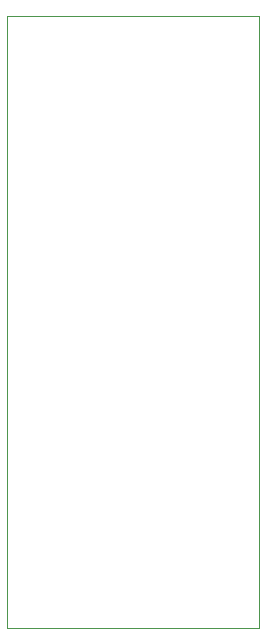
<source format=gbr>
%TF.GenerationSoftware,KiCad,Pcbnew,7.0.9*%
%TF.CreationDate,2024-05-31T08:48:14+01:00*%
%TF.ProjectId,PicoMIDIPackSingle,5069636f-4d49-4444-9950-61636b53696e,rev?*%
%TF.SameCoordinates,Original*%
%TF.FileFunction,Profile,NP*%
%FSLAX46Y46*%
G04 Gerber Fmt 4.6, Leading zero omitted, Abs format (unit mm)*
G04 Created by KiCad (PCBNEW 7.0.9) date 2024-05-31 08:48:14*
%MOMM*%
%LPD*%
G01*
G04 APERTURE LIST*
%TA.AperFunction,Profile*%
%ADD10C,0.100000*%
%TD*%
G04 APERTURE END LIST*
D10*
X39310000Y-74070000D02*
X60690000Y-74070000D01*
X60690000Y-125930000D01*
X39310000Y-125930000D01*
X39310000Y-74070000D01*
M02*

</source>
